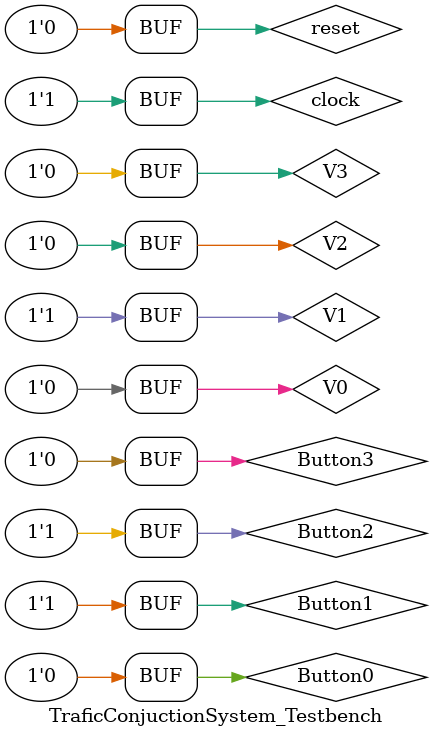
<source format=v>
`timescale 1ns / 1ps


module TraficConjuctionSystem_Testbench;

	// Inputs
	reg clock;
	reg reset;
	reg Button0;
	reg Button1;
	reg Button2;
	reg Button3;
	reg V0;
	reg V1;
	reg V2;
	reg V3;

	// Outputs
	wire R0;
	wire A0;
	wire G0;
	wire R1;
	wire A1;
	wire G1;
	wire R2;
	wire A2;
	wire G2;
	wire R3;
	wire A3;
	wire G3;
	wire PCR0;
	wire PCG0;
	wire PCR1;
	wire PCG1;
	wire PCR2;
	wire PCG2;
	wire PCR3;
	wire PCG3;
	wire Alarm0;
	wire Alarm1;
	wire Alarm2;
	wire Alarm3;
	wire VL0;
	wire VL1;
	wire VL2;
	wire VL3;

	// Instantiate the Unit Under Test (UUT)
	TrafficConjuctionSystem uut (
		.clock(clock), 
		.reset(reset), 
		.Button0(Button0), 
		.Button1(Button1), 
		.Button2(Button2), 
		.Button3(Button3), 
		.V0(V0), 
		.V1(V1), 
		.V2(V2), 
		.V3(V3), 
		.R0(R0), 
		.A0(A0), 
		.G0(G0), 
		.R1(R1), 
		.A1(A1), 
		.G1(G1), 
		.R2(R2), 
		.A2(A2), 
		.G2(G2), 
		.R3(R3), 
		.A3(A3), 
		.G3(G3), 
		.PCR0(PCR0), 
		.PCG0(PCG0), 
		.PCR1(PCR1), 
		.PCG1(PCG1), 
		.PCR2(PCR2), 
		.PCG2(PCG2), 
		.PCR3(PCR3), 
		.PCG3(PCG3), 
		.Alarm0(Alarm0), 
		.Alarm1(Alarm1), 
		.Alarm2(Alarm2), 
		.Alarm3(Alarm3), 
		.VL0(VL0), 
		.VL1(VL1), 
		.VL2(VL2), 
		.VL3(VL3)
	);

	initial begin
		// Initialize Inputs
		clock = 0;
		reset = 1;
		Button0 = 0;
		Button1 = 0;
		Button2 = 0;
		Button3 = 0;
		V0 = 0;
		V1 = 0;
		V2 = 0;
		V3 = 0;

		// Wait 100 ns for global reset to finish
		#100;
        
		// Add stimulus here
		// Initialize Inputs
		clock = 1;
		reset = 0;
		Button0 = 0;
		Button1 = 0;
		Button2 = 0;
		Button3 = 0;
		V0 = 0;
		V1 = 0;
		V2 = 0;
		V3 = 0;

		// Wait 100 ns for global reset to finish
		#100;
        
		// Add stimulus here
		// Initialize Inputs
		clock = 0;
		reset = 0;
		Button0 = 0;
		Button1 = 0;
		Button2 = 0;
		Button3 = 0;
		V0 = 0;
		V1 = 0;
		V2 = 0;
		V3 = 0;

		// Wait 100 ns for global reset to finish
		#100;
        
		// Add stimulus here
		// Initialize Inputs
		clock = 1;
		reset = 0;
		Button0 = 0;
		Button1 = 0;
		Button2 = 0;
		Button3 = 0;
		V0 = 0;
		V1 = 0;
		V2 = 0;
		V3 = 0;

		// Wait 100 ns for global reset to finish
		#100;
        
		// Add stimulus here
		// Initialize Inputs
		clock = 0;
		reset = 0;
		Button0 = 0;
		Button1 = 0;
		Button2 = 0;
		Button3 = 0;
		V0 = 0;
		V1 = 0;
		V2 = 0;
		V3 = 0;

		// Wait 100 ns for global reset to finish
		#100;
        
		// Add stimulus here
		// Initialize Inputs
		clock = 1;
		reset = 0;
		Button0 = 0;
		Button1 = 0;
		Button2 = 0;
		Button3 = 0;
		V0 = 0;
		V1 = 0;
		V2 = 0;
		V3 = 0;

		// Wait 100 ns for global reset to finish
		#100;
        
		// Add stimulus here
		// Initialize Inputs
		clock = 0;
		reset = 0;
		Button0 = 0;
		Button1 = 0;
		Button2 = 0;
		Button3 = 0;
		V0 = 0;
		V1 = 0;
		V2 = 0;
		V3 = 0;

		// Wait 100 ns for global reset to finish
		#100;
        
		// Add stimulus here
		// Initialize Inputs
		clock = 1;
		reset = 0;
		Button0 = 0;
		Button1 = 0;
		Button2 = 0;
		Button3 = 0;
		V0 = 0;
		V1 = 0;
		V2 = 0;
		V3 = 0;

		// Wait 100 ns for global reset to finish
		#100;
        
		// Add stimulus here
		// Initialize Inputs
		clock = 0;
		reset = 0;
		Button0 = 0;
		Button1 = 0;
		Button2 = 0;
		Button3 = 0;
		V0 = 0;
		V1 = 0;
		V2 = 0;
		V3 = 0;

		// Wait 100 ns for global reset to finish
		#100;
        
		// Add stimulus here
		// Initialize Inputs
		clock = 1;
		reset = 0;
		Button0 = 0;
		Button1 = 0;
		Button2 = 0;
		Button3 = 0;
		V0 = 0;
		V1 = 0;
		V2 = 0;
		V3 = 0;

		// Wait 100 ns for global reset to finish
		#100;
        
		// Add stimulus here
		// Initialize Inputs
		clock = 0;
		reset = 0;
		Button0 = 0;
		Button1 = 0;
		Button2 = 0;
		Button3 = 0;
		V0 = 0;
		V1 = 0;
		V2 = 0;
		V3 = 0;

		// Wait 100 ns for global reset to finish
		#100;
        
		// Add stimulus here
		// Initialize Inputs
		clock = 1;
		reset = 0;
		Button0 = 0;
		Button1 = 0;
		Button2 = 0;
		Button3 = 0;
		V0 = 0;
		V1 = 0;
		V2 = 0;
		V3 = 0;

		// Wait 100 ns for global reset to finish
		#100;
        
		// Add stimulus here
		// Initialize Inputs
		clock = 0;
		reset = 0;
		Button0 = 0;
		Button1 = 0;
		Button2 = 0;
		Button3 = 0;
		V0 = 0;
		V1 = 0;
		V2 = 0;
		V3 = 0;

		// Wait 100 ns for global reset to finish
		#100;
        
		// Add stimulus here
		// Initialize Inputs
		clock = 1;
		reset = 0;
		Button0 = 0;
		Button1 = 0;
		Button2 = 0;
		Button3 = 0;
		V0 = 0;
		V1 = 0;
		V2 = 0;
		V3 = 0;

		// Wait 100 ns for global reset to finish
		#100;
        
		// Add stimulus here
		// Initialize Inputs
		clock = 0;
		reset = 0;
		Button0 = 0;
		Button1 = 0;
		Button2 = 0;
		Button3 = 0;
		V0 = 0;
		V1 = 0;
		V2 = 0;
		V3 = 0;

		// Wait 100 ns for global reset to finish
		#100;
        
		// Add stimulus here
		// Initialize Inputs
		clock = 1;
		reset = 0;
		Button0 = 1;
		Button1 = 1;
		Button2 = 1;
		Button3 = 1;
		V0 = 0;
		V1 = 0;
		V2 = 0;
		V3 = 0;

		// Wait 100 ns for global reset to finish
		#100;
        
		// Add stimulus here
		// Initialize Inputs
		clock = 0;
		reset = 0;
		Button0 = 1;
		Button1 = 1;
		Button2 = 1;
		Button3 = 1;
		V0 = 0;
		V1 = 0;
		V2 = 0;
		V3 = 0;

		// Wait 100 ns for global reset to finish
		#100;
        
		// Add stimulus here
		// Initialize Inputs
		clock = 1;
		reset = 0;
		Button0 = 1;
		Button1 = 1;
		Button2 = 1;
		Button3 = 1;
		V0 = 0;
		V1 = 0;
		V2 = 0;
		V3 = 0;

		// Wait 100 ns for global reset to finish
		#100;
        
		// Add stimulus here
		// Initialize Inputs
		clock = 0;
		reset = 0;
		Button0 = 1;
		Button1 = 1;
		Button2 = 1;
		Button3 = 1;
		V0 = 0;
		V1 = 0;
		V2 = 0;
		V3 = 0;

		// Wait 100 ns for global reset to finish
		#100;
        
		// Add stimulus here
		// Initialize Inputs
		clock = 1;
		reset = 0;
		Button0 = 1;
		Button1 = 1;
		Button2 = 1;
		Button3 = 1;
		V0 = 0;
		V1 = 0;
		V2 = 0;
		V3 = 0;

		// Wait 100 ns for global reset to finish
		#100;
        
		// Add stimulus here
		// Initialize Inputs
		clock = 0;
		reset = 0;
		Button0 = 1;
		Button1 = 1;
		Button2 = 1;
		Button3 = 1;
		V0 = 0;
		V1 = 0;
		V2 = 0;
		V3 = 0;

		// Wait 100 ns for global reset to finish
		#100;
        
		// Add stimulus here
		// Initialize Inputs
		clock = 1;
		reset = 0;
		Button0 = 1;
		Button1 = 1;
		Button2 = 1;
		Button3 = 1;
		V0 = 0;
		V1 = 0;
		V2 = 0;
		V3 = 0;

		// Wait 100 ns for global reset to finish
		#100;
        
		// Add stimulus here
		// Initialize Inputs
		clock = 0;
		reset = 0;
		Button0 = 1;
		Button1 = 1;
		Button2 = 1;
		Button3 = 1;
		V0 = 0;
		V1 = 0;
		V2 = 0;
		V3 = 0;

		// Wait 100 ns for global reset to finish
		#100;
        
		// Add stimulus here
		// Initialize Inputs
		clock = 1;
		reset = 0;
		Button0 = 1;
		Button1 = 1;
		Button2 = 1;
		Button3 = 1;
		V0 = 0;
		V1 = 0;
		V2 = 0;
		V3 = 0;

		// Wait 100 ns for global reset to finish
		#100;
        
		// Add stimulus here
		// Initialize Inputs
		clock = 0;
		reset = 0;
		Button0 = 1;
		Button1 = 1;
		Button2 = 1;
		Button3 = 1;
		V0 = 0;
		V1 = 0;
		V2 = 0;
		V3 = 0;

		// Wait 100 ns for global reset to finish
		#100;
        
		// Add stimulus here
		// Initialize Inputs
		clock = 1;
		reset = 0;
		Button0 = 0;
		Button1 = 0;
		Button2 = 0;
		Button3 = 0;
		V0 = 1;
		V1 = 0;
		V2 = 0;
		V3 = 0;

		// Wait 100 ns for global reset to finish
		#100;
        
		// Add stimulus here
		// Initialize Inputs
		clock = 0;
		reset = 0;
		Button0 = 0;
		Button1 = 0;
		Button2 = 0;
		Button3 = 0;
		V0 = 0;
		V1 = 1;
		V2 = 0;
		V3 = 0;

		// Wait 100 ns for global reset to finish
		#100;
        
		// Add stimulus here
		// Initialize Inputs
		clock = 1;
		reset = 0;
		Button0 = 0;
		Button1 = 0;
		Button2 = 0;
		Button3 = 0;
		V0 = 0;
		V1 = 0;
		V2 = 1;
		V3 = 0;

		// Wait 100 ns for global reset to finish
		#100;
        
		// Add stimulus here
		// Initialize Inputs
		clock = 0;
		reset = 0;
		Button0 = 0;
		Button1 = 0;
		Button2 = 0;
		Button3 = 0;
		V0 = 0;
		V1 = 0;
		V2 = 0;
		V3 = 1;

		// Wait 100 ns for global reset to finish
		#100;
        
		// Add stimulus here
		// Initialize Inputs
		clock = 1;
		reset = 0;
		Button0 = 0;
		Button1 = 0;
		Button2 = 0;
		Button3 = 0;
		V0 = 1;
		V1 = 0;
		V2 = 0;
		V3 = 0;

		// Wait 100 ns for global reset to finish
		#100;
        
		// Add stimulus here
		// Initialize Inputs
		clock = 0;
		reset = 0;
		Button0 = 0;
		Button1 = 0;
		Button2 = 0;
		Button3 = 0;
		V0 = 0;
		V1 = 0;
		V2 = 0;
		V3 = 0;

		// Wait 100 ns for global reset to finish
		#100;
        
		// Add stimulus here
		// Initialize Inputs
		clock = 1;
		reset = 0;
		Button0 = 0;
		Button1 = 0;
		Button2 = 0;
		Button3 = 0;
		V0 = 0;
		V1 = 1;
		V2 = 0;
		V3 = 0;

		// Wait 100 ns for global reset to finish
		#100;
        
		// Add stimulus here
		// Initialize Inputs
		clock = 0;
		reset = 0;
		Button0 = 0;
		Button1 = 0;
		Button2 = 0;
		Button3 = 0;
		V0 = 0;
		V1 = 0;
		V2 = 0;
		V3 = 1;

		// Wait 100 ns for global reset to finish
		#100;
        
		// Add stimulus here// Initialize Inputs
		clock = 1;
		reset = 0;
		Button0 = 0;
		Button1 = 0;
		Button2 = 0;
		Button3 = 0;
		V0 = 0;
		V1 = 0;
		V2 = 1;
		V3 = 1;

		// Wait 100 ns for global reset to finish
		#100;
        
		// Add stimulus here// Initialize Inputs
		clock = 0;
		reset = 0;
		Button0 = 0;
		Button1 = 0;
		Button2 = 0;
		Button3 = 0;
		V0 = 0;
		V1 = 0;
		V2 = 1;
		V3 = 1;

		// Wait 100 ns for global reset to finish
		#100;
        
		// Add stimulus here// Initialize Inputs
		clock = 1;
		reset = 0;
		Button0 = 0;
		Button1 = 0;
		Button2 = 0;
		Button3 = 0;
		V0 = 1;
		V1 = 1;
		V2 = 0;
		V3 = 0;

		// Wait 100 ns for global reset to finish
		#100;
        
		// Add stimulus here
		// Initialize Inputs
		clock = 0;
		reset = 0;
		Button0 = 0;
		Button1 = 0;
		Button2 = 0;
		Button3 = 0;
		V0 = 1;
		V1 = 1;
		V2 = 0;
		V3 = 0;

		// Wait 100 ns for global reset to finish
		#100;
        
		// Add stimulus here
		// Initialize Inputs
		clock = 1;
		reset = 0;
		Button0 = 0;
		Button1 = 0;
		Button2 = 1;
		Button3 = 1;
		V0 = 0;
		V1 = 0;
		V2 = 0;
		V3 = 1;

		// Wait 100 ns for global reset to finish
		#100;
        
		// Add stimulus here
		// Initialize Inputs
		clock = 0;
		reset = 0;
		Button0 = 0;
		Button1 = 0;
		Button2 = 1;
		Button3 = 1;
		V0 = 0;
		V1 = 0;
		V2 = 0;
		V3 = 1;

		// Wait 100 ns for global reset to finish
		#100;
        
		// Add stimulus here
		// Initialize Inputs
		clock = 1;
		reset = 0;
		Button0 = 1;
		Button1 = 1;
		Button2 = 0;
		Button3 = 0;
		V0 = 0;
		V1 = 0;
		V2 = 1;
		V3 = 0;

		// Wait 100 ns for global reset to finish
		#100;
        
		// Add stimulus here
		// Initialize Inputs
		clock = 0;
		reset = 0;
		Button0 = 1;
		Button1 = 1;
		Button2 = 0;
		Button3 = 0;
		V0 = 0;
		V1 = 0;
		V2 = 1;
		V3 = 0;

		// Wait 100 ns for global reset to finish
		#100;
        
		// Add stimulus here
		// Initialize Inputs
		clock = 1;
		reset = 0;
		Button0 = 0;
		Button1 = 0;
		Button2 = 1;
		Button3 = 1;
		V0 = 0;
		V1 = 1;
		V2 = 0;
		V3 = 0;

		// Wait 100 ns for global reset to finish
		#100;
        
		// Add stimulus here
		// Initialize Inputs
		clock = 0;
		reset = 0;
		Button0 = 0;
		Button1 = 0;
		Button2 = 1;
		Button3 = 1;
		V0 = 0;
		V1 = 1;
		V2 = 0;
		V3 = 0;

		// Wait 100 ns for global reset to finish
		#100;
        
		// Add stimulus here
		// Initialize Inputs
		clock = 1;
		reset = 0;
		Button0 = 1;
		Button1 = 1;
		Button2 = 0;
		Button3 = 0;
		V0 = 1;
		V1 = 0;
		V2 = 0;
		V3 = 0;

		// Wait 100 ns for global reset to finish
		#100;
        
		// Add stimulus here
		// Initialize Inputs
		clock = 0;
		reset = 0;
		Button0 = 1;
		Button1 = 1;
		Button2 = 0;
		Button3 = 0;
		V0 = 1;
		V1 = 0;
		V2 = 0;
		V3 = 0;

		// Wait 100 ns for global reset to finish
		#100;
        
		// Add stimulus here
		// Initialize Inputs
		clock = 1;
		reset = 0;
		Button0 = 1;
		Button1 = 1;
		Button2 = 1;
		Button3 = 1;
		V0 = 1;
		V1 = 1;
		V2 = 1;
		V3 = 1;

		// Wait 100 ns for global reset to finish
		#100;
        
		// Add stimulus here
		// Initialize Inputs
		clock = 0;
		reset = 0;
		Button0 = 0;
		Button1 = 1;
		Button2 = 1;
		Button3 = 0;
		V0 = 0;
		V1 = 1;
		V2 = 0;
		V3 = 0;

		// Wait 100 ns for global reset to finish
		#100;
        
		// Add stimulus here
		// Initialize Inputs
		clock = 1;
		reset = 0;
		Button0 = 0;
		Button1 = 1;
		Button2 = 1;
		Button3 = 0;
		V0 = 0;
		V1 = 1;
		V2 = 0;
		V3 = 0;

		// Wait 100 ns for global reset to finish
		#100;
        
		// Add stimulus here

	end
      
endmodule


</source>
